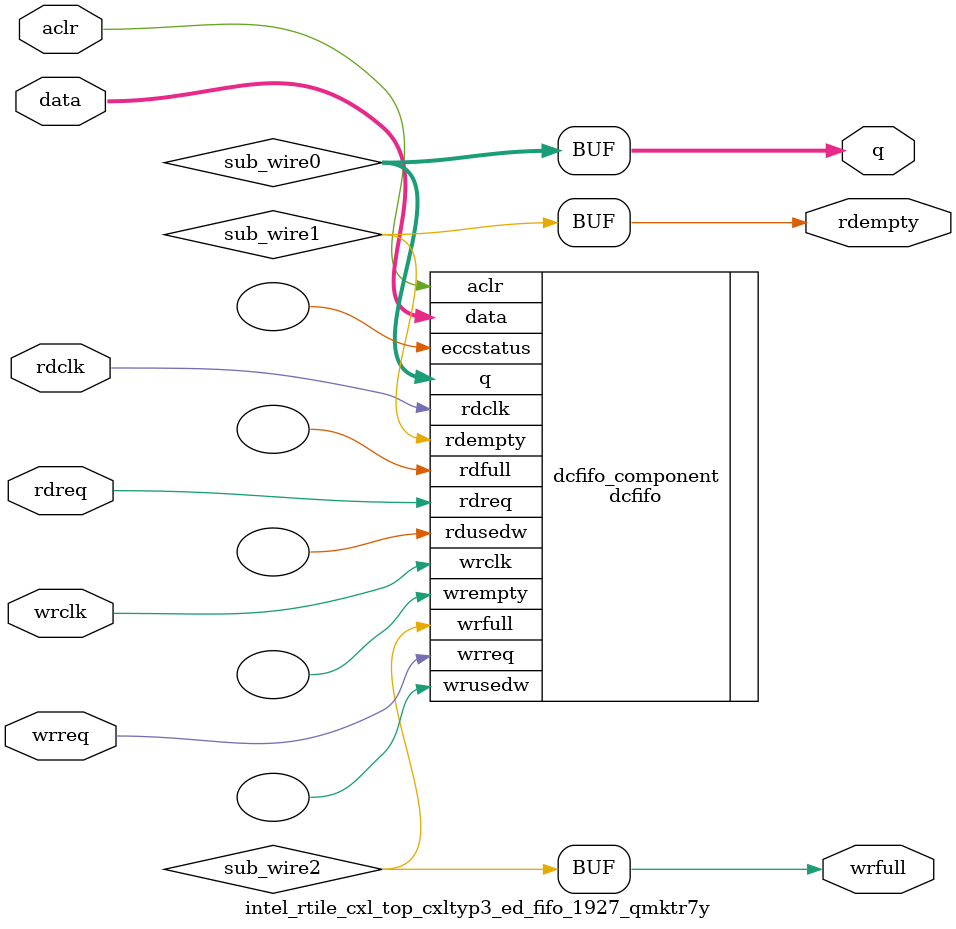
<source format=v>



`timescale 1 ps / 1 ps
// synopsys translate_on
module  intel_rtile_cxl_top_cxltyp3_ed_fifo_1927_qmktr7y  (
    aclr,
    data,
    rdclk,
    rdreq,
    wrclk,
    wrreq,
    q,
    rdempty,
    wrfull);

    input    aclr;
    input  [68:0]  data;
    input    rdclk;
    input    rdreq;
    input    wrclk;
    input    wrreq;
    output [68:0]  q;
    output   rdempty;
    output   wrfull;
`ifndef ALTERA_RESERVED_QIS
// synopsys translate_off
`endif
    tri0     aclr;
`ifndef ALTERA_RESERVED_QIS
// synopsys translate_on
`endif

    wire [68:0] sub_wire0;
    wire  sub_wire1;
    wire  sub_wire2;
    wire [68:0] q = sub_wire0[68:0];
    wire  rdempty = sub_wire1;
    wire  wrfull = sub_wire2;

    dcfifo  dcfifo_component (
                .aclr (aclr),
                .data (data),
                .rdclk (rdclk),
                .rdreq (rdreq),
                .wrclk (wrclk),
                .wrreq (wrreq),
                .q (sub_wire0),
                .rdempty (sub_wire1),
                .wrfull (sub_wire2),
                .eccstatus (),
                .rdfull (),
                .rdusedw (),
                .wrempty (),
                .wrusedw ());
    defparam
        dcfifo_component.enable_ecc  = "FALSE",
        dcfifo_component.intended_device_family  = "Agilex 7",
        dcfifo_component.lpm_hint  = "DISABLE_DCFIFO_EMBEDDED_TIMING_CONSTRAINT=TRUE",
        dcfifo_component.lpm_numwords  = 8,
        dcfifo_component.lpm_showahead  = "ON",
        dcfifo_component.lpm_type  = "dcfifo",
        dcfifo_component.lpm_width  = 69,
        dcfifo_component.lpm_widthu  = 3,
        dcfifo_component.overflow_checking  = "ON",
        dcfifo_component.rdsync_delaypipe  = 5,
        dcfifo_component.read_aclr_synch  = "OFF",
        dcfifo_component.underflow_checking  = "ON",
        dcfifo_component.use_eab  = "ON",
        dcfifo_component.write_aclr_synch  = "ON",
        dcfifo_component.wrsync_delaypipe  = 5;


endmodule



</source>
